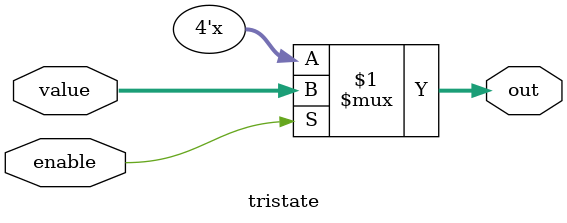
<source format=sv>
module tristate (
	input logic[3:0] value,
	input logic enable,
	output tri [3:0] out
);
	assign out = enable ? value : 4'bz;
endmodule
</source>
